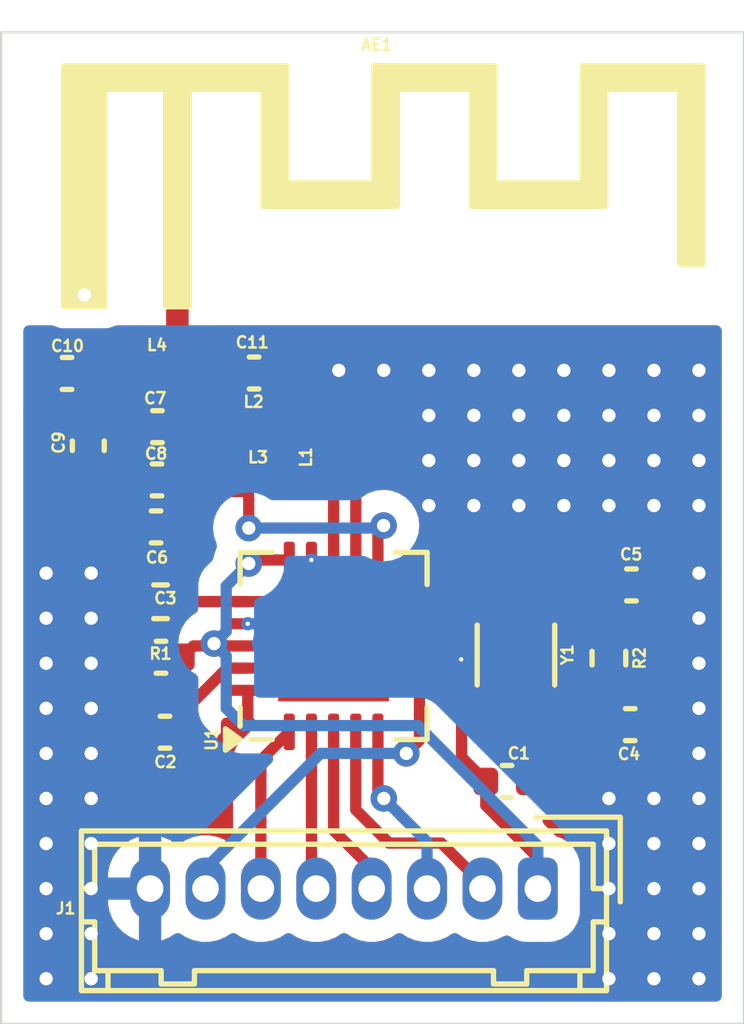
<source format=kicad_pcb>
(kicad_pcb (version 20240108) (generator "pcbnew") (generator_version "8.0")
  (layers (0 "F.Cu" signal) (31 "B.Cu" signal) (34 "B.Paste" user) (35 "F.Paste" user) (36 "B.SilkS" user "B.Silkscreen") (37 "F.SilkS" user "F.Silkscreen") (38 "B.Mask" user) (39 "F.Mask" user) (44 "Edge.Cuts" user))
  (net 0 "")
  (net 1 "Net-(AE1-A)")
  (net 2 "VDD")
  (net 3 "GND")
  (net 4 "Net-(U1-DVDD)")
  (net 5 "Net-(U1-XC2)")
  (net 6 "Net-(U1-XC1)")
  (net 7 "Net-(U1-VDD_PA)")
  (net 8 "Net-(C7-Pad1)")
  (net 9 "Net-(C10-Pad1)")
  (net 10 "Net-(J1-Pin_6)")
  (net 11 "Net-(J1-Pin_2)")
  (net 12 "Net-(J1-Pin_4)")
  (net 13 "Net-(J1-Pin_5)")
  (net 14 "Net-(J1-Pin_3)")
  (net 15 "Net-(J1-Pin_7)")
  (net 16 "Net-(U1-ANT1)")
  (net 17 "Net-(U1-ANT2)")
  (net 18 "Net-(U1-IREF)")
  (footprint "Inductor_SMD:L_0402_1005Metric" (layer "F.Cu") (at 77.97 45.212 -90)
    (property "Reference" "L1" (at -0.072 0.48 90) (layer "F.SilkS") (effects (font (size 0.254 0.254) (thickness 0.05715))))
    (property "Value" "8n2")
    (pad "1" smd roundrect (at -0.485 0 270) (size 0.59 0.64) (layers "F.Cu" "F.Paste" "F.Mask") (net 16 "Net-(U1-ANT1)"))
    (pad "2" smd roundrect (at 0.485 0 270) (size 0.59 0.64) (layers "F.Cu" "F.Paste" "F.Mask") (net 17 "Net-(U1-ANT2)"))
  )
  (footprint "Capacitor_SMD:C_0402_1005Metric" (layer "F.Cu") (at 74.14 44.45 180)
    (property "Reference" "C7" (at 0.05 0.64 360) (layer "F.SilkS") (effects (font (size 0.254 0.254) (thickness 0.05715))))
    (property "Value" "1p5")
    (fp_line (start -0.107836 0.36) (end 0.107836 0.36) (stroke (width 0.12)) (layer "F.SilkS"))
    (fp_line (start -0.107836 -0.36) (end 0.107836 -0.36) (stroke (width 0.12)) (layer "F.SilkS"))
    (pad "1" smd roundrect (at -0.48 0 180) (size 0.56 0.62) (layers "F.Cu" "F.Paste" "F.Mask") (net 8 "Net-(C7-Pad1)"))
    (pad "2" smd roundrect (at 0.48 0 180) (size 0.56 0.62) (layers "F.Cu" "F.Paste" "F.Mask") (net 9 "Net-(C10-Pad1)"))
  )
  (footprint "Resistor_SMD:R_0402_1005Metric" (layer "F.Cu") (at 74.21 48.398 180)
    (property "Reference" "R1" (at 0 -1.17 360) (layer "F.SilkS") (effects (font (size 0.254 0.254) (thickness 0.05715))))
    (property "Value" "22K")
    (fp_line (start -0.153641 0.38) (end 0.153641 0.38) (stroke (width 0.12)) (layer "F.SilkS"))
    (fp_line (start -0.153641 -0.38) (end 0.153641 -0.38) (stroke (width 0.12)) (layer "F.SilkS"))
    (pad "1" smd roundrect (at -0.51 0 180) (size 0.54 0.64) (layers "F.Cu" "F.Paste" "F.Mask") (net 18 "Net-(U1-IREF)"))
    (pad "2" smd roundrect (at 0.51 0 180) (size 0.54 0.64) (layers "F.Cu" "F.Paste" "F.Mask") (net 3 "GND"))
  )
  (footprint "Capacitor_SMD:C_0402_1005Metric" (layer "F.Cu") (at 74.11 46.71 180)
    (property "Reference" "C6" (at -0.02 -0.69 360) (layer "F.SilkS") (effects (font (size 0.254 0.254) (thickness 0.05715))))
    (property "Value" "C_Small")
    (fp_line (start -0.107836 0.36) (end 0.107836 0.36) (stroke (width 0.12)) (layer "F.SilkS"))
    (fp_line (start -0.107836 -0.36) (end 0.107836 -0.36) (stroke (width 0.12)) (layer "F.SilkS"))
    (pad "1" smd roundrect (at -0.48 0 180) (size 0.56 0.62) (layers "F.Cu" "F.Paste" "F.Mask") (net 7 "Net-(U1-VDD_PA)"))
    (pad "2" smd roundrect (at 0.48 0 180) (size 0.56 0.62) (layers "F.Cu" "F.Paste" "F.Mask") (net 3 "GND"))
  )
  (footprint "Inductor_SMD:L_0402_1005Metric" (layer "F.Cu") (at 76.405 45.72)
    (property "Reference" "L3" (at 0.005 -0.58 360) (layer "F.SilkS") (effects (font (size 0.254 0.254) (thickness 0.05715))))
    (property "Value" "2n7")
    (pad "1" smd roundrect (at -0.485 0) (size 0.59 0.64) (layers "F.Cu" "F.Paste" "F.Mask") (net 7 "Net-(U1-VDD_PA)"))
    (pad "2" smd roundrect (at 0.485 0) (size 0.59 0.64) (layers "F.Cu" "F.Paste" "F.Mask") (net 17 "Net-(U1-ANT2)"))
  )
  (footprint "Resistor_SMD:R_0402_1005Metric" (layer "F.Cu") (at 84.328 49.668 90)
    (property "Reference" "R2" (at -0.002 0.692 90) (layer "F.SilkS") (effects (font (size 0.254 0.254) (thickness 0.05715))))
    (property "Value" "10M")
    (fp_line (start -0.153641 -0.38) (end 0.153641 -0.38) (stroke (width 0.12)) (layer "F.SilkS"))
    (fp_line (start -0.153641 0.38) (end 0.153641 0.38) (stroke (width 0.12)) (layer "F.SilkS"))
    (pad "1" smd roundrect (at -0.51 0 90) (size 0.54 0.64) (layers "F.Cu" "F.Paste" "F.Mask") (net 5 "Net-(U1-XC2)"))
    (pad "2" smd roundrect (at 0.51 0 90) (size 0.54 0.64) (layers "F.Cu" "F.Paste" "F.Mask") (net 6 "Net-(U1-XC1)"))
  )
  (footprint "Crystal:Crystal_SMD_3215-2Pin_3.2x1.5mm" (layer "F.Cu") (at 82.23 49.598 -90)
    (property "Reference" "Y1" (at -0.008 -1.16 90) (layer "F.SilkS") (effects (font (size 0.254 0.254) (thickness 0.05715))))
    (property "Value" "16MHz")
    (fp_line (start -0.675 0.875) (end 0.675 0.875) (stroke (width 0.12)) (layer "F.SilkS"))
    (fp_line (start -0.675 -0.875) (end 0.675 -0.875) (stroke (width 0.12)) (layer "F.SilkS"))
    (pad "1" smd rect (at 1.25 0 270) (size 1 1.8) (layers "F.Cu" "F.Paste" "F.Mask") (net 5 "Net-(U1-XC2)"))
    (pad "2" smd rect (at -1.25 0 270) (size 1 1.8) (layers "F.Cu" "F.Paste" "F.Mask") (net 6 "Net-(U1-XC1)"))
  )
  (footprint "Inductor_SMD:L_0402_1005Metric" (layer "F.Cu") (at 74.17 43.25)
    (property "Reference" "L4" (at -0.04 -0.64 360) (layer "F.SilkS") (effects (font (size 0.254 0.254) (thickness 0.05715))))
    (property "Value" "Lx")
    (pad "1" smd roundrect (at -0.485 0) (size 0.59 0.64) (layers "F.Cu" "F.Paste" "F.Mask") (net 9 "Net-(C10-Pad1)"))
    (pad "2" smd roundrect (at 0.485 0) (size 0.59 0.64) (layers "F.Cu" "F.Paste" "F.Mask") (net 1 "Net-(AE1-A)"))
  )
  (footprint "Capacitor_SMD:C_0402_1005Metric" (layer "F.Cu") (at 72.1 43.25 180)
    (property "Reference" "C10" (at -0.01 0.62 180) (layer "F.SilkS") (effects (font (size 0.254 0.254) (thickness 0.05715))))
    (property "Value" "Cx")
    (fp_line (start -0.107836 0.36) (end 0.107836 0.36) (stroke (width 0.12)) (layer "F.SilkS"))
    (fp_line (start -0.107836 -0.36) (end 0.107836 -0.36) (stroke (width 0.12)) (layer "F.SilkS"))
    (pad "1" smd roundrect (at -0.48 0 180) (size 0.56 0.62) (layers "F.Cu" "F.Paste" "F.Mask") (net 9 "Net-(C10-Pad1)"))
    (pad "2" smd roundrect (at 0.48 0 180) (size 0.56 0.62) (layers "F.Cu" "F.Paste" "F.Mask") (net 3 "GND"))
  )
  (footprint "Package_DFN_QFN:QFN-20-1EP_4x4mm_P0.5mm_EP2.5x2.5mm" (layer "F.Cu") (at 78.115 49.393 90)
    (property "Reference" "U1" (at -2.107 -2.755 90) (layer "F.SilkS") (effects (font (size 0.254 0.254) (thickness 0.05715))))
    (property "Value" "NRF24L01")
    (fp_line (start 2.11 -2.11) (end 2.11 -1.385) (stroke (width 0.12)) (layer "F.SilkS"))
    (fp_line (start 1.385 -2.11) (end 2.11 -2.11) (stroke (width 0.12)) (layer "F.SilkS"))
    (fp_line (start -1.385 -2.11) (end -1.81 -2.11) (stroke (width 0.12)) (layer "F.SilkS"))
    (fp_line (start -2.11 -1.385) (end -2.11 -1.87) (stroke (width 0.12)) (layer "F.SilkS"))
    (fp_line (start 2.11 2.11) (end 2.11 1.385) (stroke (width 0.12)) (layer "F.SilkS"))
    (fp_line (start 1.385 2.11) (end 2.11 2.11) (stroke (width 0.12)) (layer "F.SilkS"))
    (fp_line (start -1.385 2.11) (end -2.11 2.11) (stroke (width 0.12)) (layer "F.SilkS"))
    (fp_line (start -2.11 2.11) (end -2.11 1.385) (stroke (width 0.12)) (layer "F.SilkS"))
    (fp_poly (pts (xy -2.11 -2.11) (xy -2.35 -2.44) (xy -1.87 -2.44) (xy -2.11 -2.11)) (stroke (width 0.12)) (fill solid) (layer "F.SilkS"))
    (pad "1" smd roundrect (at -1.9375 -1 90) (size 0.825 0.25) (layers "F.Cu" "F.Paste" "F.Mask") (net 10 "Net-(J1-Pin_6)"))
    (pad "2" smd roundrect (at -1.9375 -0.5 90) (size 0.825 0.25) (layers "F.Cu" "F.Paste" "F.Mask") (net 13 "Net-(J1-Pin_5)"))
    (pad "3" smd roundrect (at -1.9375 0 90) (size 0.825 0.25) (layers "F.Cu" "F.Paste" "F.Mask") (net 12 "Net-(J1-Pin_4)"))
    (pad "4" smd roundrect (at -1.9375 0.5 90) (size 0.825 0.25) (layers "F.Cu" "F.Paste" "F.Mask") (net 11 "Net-(J1-Pin_2)"))
    (pad "5" smd roundrect (at -1.9375 1 90) (size 0.825 0.25) (layers "F.Cu" "F.Paste" "F.Mask") (net 14 "Net-(J1-Pin_3)"))
    (pad "6" smd roundrect (at -1 1.9375 90) (size 0.25 0.825) (layers "F.Cu" "F.Paste" "F.Mask") (net 15 "Net-(J1-Pin_7)"))
    (pad "7" smd roundrect (at -0.5 1.9375 90) (size 0.25 0.825) (layers "F.Cu" "F.Paste" "F.Mask") (net 2 "VDD"))
    (pad "8" smd roundrect (at 0 1.9375 90) (size 0.25 0.825) (layers "F.Cu" "F.Paste" "F.Mask") (net 3 "GND"))
    (pad "9" smd roundrect (at 0.5 1.9375 90) (size 0.25 0.825) (layers "F.Cu" "F.Paste" "F.Mask") (net 5 "Net-(U1-XC2)"))
    (pad "10" smd roundrect (at 1 1.9375 90) (size 0.25 0.825) (layers "F.Cu" "F.Paste" "F.Mask") (net 6 "Net-(U1-XC1)"))
    (pad "11" smd roundrect (at 1.9375 1 90) (size 0.825 0.25) (layers "F.Cu" "F.Paste" "F.Mask") (net 7 "Net-(U1-VDD_PA)"))
    (pad "12" smd roundrect (at 1.9375 0.5 90) (size 0.825 0.25) (layers "F.Cu" "F.Paste" "F.Mask") (net 16 "Net-(U1-ANT1)"))
    (pad "13" smd roundrect (at 1.9375 0 90) (size 0.825 0.25) (layers "F.Cu" "F.Paste" "F.Mask") (net 17 "Net-(U1-ANT2)"))
    (pad "14" smd roundrect (at 1.9375 -0.5 90) (size 0.825 0.25) (layers "F.Cu" "F.Paste" "F.Mask") (net 3 "GND"))
    (pad "15" smd roundrect (at 1.9375 -1 90) (size 0.825 0.25) (layers "F.Cu" "F.Paste" "F.Mask") (net 2 "VDD"))
    (pad "16" smd roundrect (at 1 -1.9375 90) (size 0.25 0.825) (layers "F.Cu" "F.Paste" "F.Mask") (net 18 "Net-(U1-IREF)"))
    (pad "17" smd roundrect (at 0.5 -1.9375 90) (size 0.25 0.825) (layers "F.Cu" "F.Paste" "F.Mask") (net 3 "GND"))
    (pad "18" smd roundrect (at 0 -1.9375 90) (size 0.25 0.825) (layers "F.Cu" "F.Paste" "F.Mask") (net 2 "VDD"))
    (pad "19" smd roundrect (at -0.5 -1.9375 90) (size 0.25 0.825) (layers "F.Cu" "F.Paste" "F.Mask") (net 4 "Net-(U1-DVDD)"))
    (pad "20" smd roundrect (at -1 -1.9375 90) (size 0.25 0.825) (layers "F.Cu" "F.Paste" "F.Mask") (net 3 "GND"))
    (pad "21" smd rect (at 0 0 90) (size 2.5 2.5) (property pad_prop_heatsink) (layers "F.Cu" "F.Mask"))
  )
  (footprint "Capacitor_SMD:C_0402_1005Metric" (layer "F.Cu") (at 82.03 52.448)
    (property "Reference" "C1" (at 0.266 -0.632 360) (layer "F.SilkS") (effects (font (size 0.254 0.254) (thickness 0.05715))))
    (property "Value" "1n")
    (fp_line (start -0.107836 -0.36) (end 0.107836 -0.36) (stroke (width 0.12)) (layer "F.SilkS"))
    (fp_line (start -0.107836 0.36) (end 0.107836 0.36) (stroke (width 0.12)) (layer "F.SilkS"))
    (pad "1" smd roundrect (at -0.48 0) (size 0.56 0.62) (layers "F.Cu" "F.Paste" "F.Mask") (net 2 "VDD"))
    (pad "2" smd roundrect (at 0.48 0) (size 0.56 0.62) (layers "F.Cu" "F.Paste" "F.Mask") (net 3 "GND"))
  )
  (footprint "Inductor_SMD:L_0402_1005Metric" (layer "F.Cu") (at 76.395 44.45 180)
    (property "Reference" "L2" (at 0.085 0.56 360) (layer "F.SilkS") (effects (font (size 0.254 0.254) (thickness 0.05715))))
    (property "Value" "3n9")
    (pad "1" smd roundrect (at -0.485 0 180) (size 0.59 0.64) (layers "F.Cu" "F.Paste" "F.Mask") (net 16 "Net-(U1-ANT1)"))
    (pad "2" smd roundrect (at 0.485 0 180) (size 0.59 0.64) (layers "F.Cu" "F.Paste" "F.Mask") (net 8 "Net-(C7-Pad1)"))
  )
  (footprint "Capacitor_SMD:C_0402_1005Metric" (layer "F.Cu") (at 74.31 51.338 180)
    (property "Reference" "C2" (at -0.01 -0.672 360) (layer "F.SilkS") (effects (font (size 0.254 0.254) (thickness 0.05715))))
    (property "Value" "33n")
    (fp_line (start -0.107836 0.36) (end 0.107836 0.36) (stroke (width 0.12)) (layer "F.SilkS"))
    (fp_line (start -0.107836 -0.36) (end 0.107836 -0.36) (stroke (width 0.12)) (layer "F.SilkS"))
    (pad "1" smd roundrect (at -0.48 0 180) (size 0.56 0.62) (layers "F.Cu" "F.Paste" "F.Mask") (net 4 "Net-(U1-DVDD)"))
    (pad "2" smd roundrect (at 0.48 0 180) (size 0.56 0.62) (layers "F.Cu" "F.Paste" "F.Mask") (net 3 "GND"))
  )
  (footprint "Capacitor_SMD:C_0402_1005Metric" (layer "F.Cu") (at 74.13 45.65 180)
    (property "Reference" "C8" (at 0.02 0.59 360) (layer "F.SilkS") (effects (font (size 0.254 0.254) (thickness 0.05715))))
    (property "Value" "C_Small")
    (fp_line (start -0.107836 0.36) (end 0.107836 0.36) (stroke (width 0.12)) (layer "F.SilkS"))
    (fp_line (start -0.107836 -0.36) (end 0.107836 -0.36) (stroke (width 0.12)) (layer "F.SilkS"))
    (pad "1" smd roundrect (at -0.48 0 180) (size 0.56 0.62) (layers "F.Cu" "F.Paste" "F.Mask") (net 7 "Net-(U1-VDD_PA)"))
    (pad "2" smd roundrect (at 0.48 0 180) (size 0.56 0.62) (layers "F.Cu" "F.Paste" "F.Mask") (net 3 "GND"))
  )
  (footprint "Capacitor_SMD:C_0402_1005Metric" (layer "F.Cu") (at 84.836 48.018)
    (property "Reference" "C5" (at -0.006 -0.688 0) (layer "F.SilkS") (effects (font (size 0.254 0.254) (thickness 0.05715))))
    (property "Value" "22p")
    (fp_line (start -0.107836 -0.36) (end 0.107836 -0.36) (stroke (width 0.12)) (layer "F.SilkS"))
    (fp_line (start -0.107836 0.36) (end 0.107836 0.36) (stroke (width 0.12)) (layer "F.SilkS"))
    (pad "1" smd roundrect (at -0.48 0) (size 0.56 0.62) (layers "F.Cu" "F.Paste" "F.Mask") (net 6 "Net-(U1-XC1)"))
    (pad "2" smd roundrect (at 0.48 0) (size 0.56 0.62) (layers "F.Cu" "F.Paste" "F.Mask") (net 3 "GND"))
  )
  (footprint "Capacitor_SMD:C_0402_1005Metric" (layer "F.Cu") (at 76.32 43.24)
    (property "Reference" "C11" (at -0.04 -0.69 360) (layer "F.SilkS") (effects (font (size 0.254 0.254) (thickness 0.05715))))
    (property "Value" "Cx")
    (fp_line (start -0.107836 -0.36) (end 0.107836 -0.36) (stroke (width 0.12)) (layer "F.SilkS"))
    (fp_line (start -0.107836 0.36) (end 0.107836 0.36) (stroke (width 0.12)) (layer "F.SilkS"))
    (pad "1" smd roundrect (at -0.48 0) (size 0.56 0.62) (layers "F.Cu" "F.Paste" "F.Mask") (net 1 "Net-(AE1-A)"))
    (pad "2" smd roundrect (at 0.48 0) (size 0.56 0.62) (layers "F.Cu" "F.Paste" "F.Mask") (net 3 "GND"))
  )
  (footprint "Capacitor_SMD:C_0402_1005Metric" (layer "F.Cu") (at 84.808 51.168)
    (property "Reference" "C4" (at -0.028 0.662 0) (layer "F.SilkS") (effects (font (size 0.254 0.254) (thickness 0.05715))))
    (property "Value" "22p")
    (fp_line (start -0.107836 -0.36) (end 0.107836 -0.36) (stroke (width 0.12)) (layer "F.SilkS"))
    (fp_line (start -0.107836 0.36) (end 0.107836 0.36) (stroke (width 0.12)) (layer "F.SilkS"))
    (pad "1" smd roundrect (at -0.48 0) (size 0.56 0.62) (layers "F.Cu" "F.Paste" "F.Mask") (net 5 "Net-(U1-XC2)"))
    (pad "2" smd roundrect (at 0.48 0) (size 0.56 0.62) (layers "F.Cu" "F.Paste" "F.Mask") (net 3 "GND"))
  )
  (footprint "Capacitor_SMD:C_0402_1005Metric" (layer "F.Cu") (at 74.22 49.648 180)
    (property "Reference" "C3" (at -0.1 1.33 360) (layer "F.SilkS") (effects (font (size 0.254 0.254) (thickness 0.05715))))
    (property "Value" "10n")
    (fp_line (start -0.107836 0.36) (end 0.107836 0.36) (stroke (width 0.12)) (layer "F.SilkS"))
    (fp_line (start -0.107836 -0.36) (end 0.107836 -0.36) (stroke (width 0.12)) (layer "F.SilkS"))
    (pad "1" smd roundrect (at -0.48 0 180) (size 0.56 0.62) (layers "F.Cu" "F.Paste" "F.Mask") (net 2 "VDD"))
    (pad "2" smd roundrect (at 0.48 0 180) (size 0.56 0.62) (layers "F.Cu" "F.Paste" "F.Mask") (net 3 "GND"))
  )
  (footprint "RF_Antenna:Texas_SWRA117D_2.4GHz_Right" (layer "F.Cu") (at 74.59 41.48)
    (property "Reference" "AE1" (at 4.5 -5.64 0) (layer "F.SilkS") (effects (font (size 0.254 0.254) (thickness 0.05715))))
    (property "Value" "Antenna")
    (fp_poly (pts (xy 2.45 -2.51) (xy 4.45 -2.51) (xy 4.45 -5.15) (xy 7.15 -5.15) (xy 7.15 -2.51) (xy 9.15 -2.51) (xy 9.15 -5.15) (xy 11.85 -5.15) (xy 11.85 -0.71) (xy 11.35 -0.71) (xy 11.35 -4.65) (xy 9.65 -4.65) (xy 9.65 -2.01) (xy 6.65 -2.01) (xy 6.65 -4.65) (xy 4.95 -4.65) (xy 4.95 -2.01) (xy 1.95 -2.01) (xy 1.95 -4.65) (xy 0.25 -4.65) (xy 0.25 0.25) (xy -0.25 0.25) (xy -0.25 -4.65) (xy -1.65 -4.65) (xy -1.65 0.25) (xy -2.55 0.25) (xy -2.55 0.006785) (xy -2.247583 0.006785) (xy -2.237742 0.054395) (xy -2.213674 0.096797) (xy -2.175731 0.129581) (xy -2.167819 0.133935) (xy -2.125156 0.146043) (xy -2.076637 0.1453) (xy -2.031122 0.1324) (xy -2.012511 0.121787) (xy -1.978868 0.086553) (xy -1.958309 0.041368) (xy -1.951778 -0.008158) (xy -1.960218 -0.056417) (xy -1.977112 -0.088643) (xy -2.012372 -0.121313) (xy -2.057682 -0.141408) (xy -2.107267 -0.147982) (xy -2.155353 -0.140092) (xy -2.188245 -0.123186) (xy -2.223185 -0.086416) (xy -2.242847 -0.041622) (xy -2.247583 0.006785) (xy -2.55 0.006785) (xy -2.55 -5.15) (xy 2.45 -5.15) (xy 2.45 -2.51)) (stroke (width 0.1524)) (fill solid) (layer "F.SilkS"))
    (pad "1" connect rect (at 0 0) (size 0.5 0.5) (layers "F.Cu") (net 1 "Net-(AE1-A)"))
    (pad "2" thru_hole rect (at -2.1 0) (size 0.9 0.5) (drill 0.3) (layers "*.Cu"))
  )
  (footprint "Capacitor_SMD:C_0402_1005Metric" (layer "F.Cu") (at 72.58 44.88 -90)
    (property "Reference" "C9" (at -0.07 0.67 -90) (layer "F.SilkS") (effects (font (size 0.254 0.254) (thickness 0.05715))))
    (property "Value" "1p")
    (fp_line (start -0.107836 0.36) (end 0.107836 0.36) (stroke (width 0.12)) (layer "F.SilkS"))
    (fp_line (start -0.107836 -0.36) (end 0.107836 -0.36) (stroke (width 0.12)) (layer "F.SilkS"))
    (pad "1" smd roundrect (at -0.48 0 270) (size 0.56 0.62) (layers "F.Cu" "F.Paste" "F.Mask") (net 9 "Net-(C10-Pad1)"))
    (pad "2" smd roundrect (at 0.48 0 270) (size 0.56 0.62) (layers "F.Cu" "F.Paste" "F.Mask") (net 3 "GND"))
  )
  (footprint "Connector_Hirose:Hirose_DF13-08P-1.25DSA_1x08_P1.25mm_Vertical" (layer "F.Cu") (at 82.724 54.864 180)
    (property "Reference" "J1" (at 10.654 -0.446 360) (layer "F.SilkS") (effects (font (size 0.254 0.254) (thickness 0.05715))))
    (property "Value" "Conn_01x08_Pin")
    (fp_line (start 10.3 1.3) (end 10.3 -2.3) (stroke (width 0.12)) (layer "F.SilkS"))
    (fp_line (start 10.3 -0.75) (end 10 -0.75) (stroke (width 0.12)) (layer "F.SilkS"))
    (fp_line (start 10.3 -2.3) (end -1.55 -2.3) (stroke (width 0.12)) (layer "F.SilkS"))
    (fp_line (start 10 1) (end 10 0) (stroke (width 0.12)) (layer "F.SilkS"))
    (fp_line (start 10 0) (end 10.3 0) (stroke (width 0.12)) (layer "F.SilkS"))
    (fp_line (start 10 -0.75) (end 10 -1.85) (stroke (width 0.12)) (layer "F.SilkS"))
    (fp_line (start 10 -1.85) (end 9.7 -1.85) (stroke (width 0.12)) (layer "F.SilkS"))
    (fp_line (start 9.7 -1.85) (end 9.7 -2.3) (stroke (width 0.12)) (layer "F.SilkS"))
    (fp_line (start 8.5 -1.85) (end 9.7 -1.85) (stroke (width 0.12)) (layer "F.SilkS"))
    (fp_line (start 8.5 -2.15) (end 8.5 -1.85) (stroke (width 0.12)) (layer "F.SilkS"))
    (fp_line (start 7.75 -1.85) (end 7.75 -2.15) (stroke (width 0.12)) (layer "F.SilkS"))
    (fp_line (start 7.75 -2.15) (end 8.5 -2.15) (stroke (width 0.12)) (layer "F.SilkS"))
    (fp_line (start 1 -1.85) (end 7.75 -1.85) (stroke (width 0.12)) (layer "F.SilkS"))
    (fp_line (start 1 -2.15) (end 1 -1.85) (stroke (width 0.12)) (layer "F.SilkS"))
    (fp_line (start 0.25 -1.85) (end 0.25 -2.15) (stroke (width 0.12)) (layer "F.SilkS"))
    (fp_line (start 0.25 -2.15) (end 1 -2.15) (stroke (width 0.12)) (layer "F.SilkS"))
    (fp_line (start -0.95 -1.85) (end 0.25 -1.85) (stroke (width 0.12)) (layer "F.SilkS"))
    (fp_line (start -0.95 -1.85) (end -0.95 -2.3) (stroke (width 0.12)) (layer "F.SilkS"))
    (fp_line (start -1.25 1) (end 10 1) (stroke (width 0.12)) (layer "F.SilkS"))
    (fp_line (start -1.25 0) (end -1.25 1) (stroke (width 0.12)) (layer "F.SilkS"))
    (fp_line (start -1.25 -0.75) (end -1.25 -1.85) (stroke (width 0.12)) (layer "F.SilkS"))
    (fp_line (start -1.25 -1.85) (end -0.95 -1.85) (stroke (width 0.12)) (layer "F.SilkS"))
    (fp_line (start -1.55 1.3) (end 10.3 1.3) (stroke (width 0.12)) (layer "F.SilkS"))
    (fp_line (start -1.55 0) (end -1.25 0) (stroke (width 0.12)) (layer "F.SilkS"))
    (fp_line (start -1.55 -0.75) (end -1.25 -0.75) (stroke (width 0.12)) (layer "F.SilkS"))
    (fp_line (start -1.55 -2.3) (end -1.55 1.3) (stroke (width 0.12)) (layer "F.SilkS"))
    (fp_line (start -1.86 1.61) (end 0.05 1.61) (stroke (width 0.12)) (layer "F.SilkS"))
    (fp_line (start -1.86 -0.3) (end -1.86 1.61) (stroke (width 0.12)) (layer "F.SilkS"))
    (pad "1" thru_hole roundrect (at 0 0 180) (size 0.9 1.4) (drill 0.6) (layers "*.Cu" "*.Mask") (net 2 "VDD"))
    (pad "2" thru_hole oval (at 1.25 0 180) (size 0.9 1.4) (drill 0.6) (layers "*.Cu" "*.Mask") (net 11 "Net-(J1-Pin_2)"))
    (pad "3" thru_hole oval (at 2.5 0 180) (size 0.9 1.4) (drill 0.6) (layers "*.Cu" "*.Mask") (net 14 "Net-(J1-Pin_3)"))
    (pad "4" thru_hole oval (at 3.75 0 180) (size 0.9 1.4) (drill 0.6) (layers "*.Cu" "*.Mask") (net 12 "Net-(J1-Pin_4)"))
    (pad "5" thru_hole oval (at 5 0 180) (size 0.9 1.4) (drill 0.6) (layers "*.Cu" "*.Mask") (net 13 "Net-(J1-Pin_5)"))
    (pad "6" thru_hole oval (at 6.25 0 180) (size 0.9 1.4) (drill 0.6) (layers "*.Cu" "*.Mask") (net 10 "Net-(J1-Pin_6)"))
    (pad "7" thru_hole oval (at 7.5 0 180) (size 0.9 1.4) (drill 0.6) (layers "*.Cu" "*.Mask") (net 15 "Net-(J1-Pin_7)"))
    (pad "8" thru_hole oval (at 8.75 0 180) (size 0.9 1.4) (drill 0.6) (layers "*.Cu" "*.Mask") (net 3 "GND"))
  )
  (gr_rect (start 70.612 35.56) (end 87.376 57.912) (stroke (width 0.05)) (fill none) (layer "Edge.Cuts"))
  (segment (start 77.840568 49.118568) (end 78.115 49.393) (width 0.254) (layer "F.Cu") (net 0))
  (segment (start 74.665 43.24) (end 74.655 43.25) (width 0.2) (layer "F.Cu") (net 1))
  (segment (start 74.59 43.165) (end 74.665 43.24) (width 0.508) (layer "F.Cu") (net 1))
  (segment (start 75.84 43.24) (end 74.665 43.24) (width 0.508) (layer "F.Cu") (net 1))
  (segment (start 74.59 41.48) (end 74.59 43.165) (width 0.508) (layer "F.Cu") (net 1))
  (segment (start 80.517568 49.893) (end 80.0525 49.893) (width 0.254) (layer "F.Cu") (net 2))
  (segment (start 74.955 49.393) (end 74.7 49.648) (width 0.254) (layer "F.Cu") (net 2))
  (segment (start 82.724 54.164) (end 81.55 52.99) (width 0.254) (layer "F.Cu") (net 2))
  (segment (start 81.55 52.99) (end 81.55 52.448) (width 0.254) (layer "F.Cu") (net 2))
  (segment (start 81.003 51.901) (end 81.003 50.378432) (width 0.254) (layer "F.Cu") (net 2))
  (segment (start 76.1775 49.393) (end 74.955 49.393) (width 0.254) (layer "F.Cu") (net 2))
  (segment (start 77.115 47.4555) (end 76.280503 47.4555) (width 0.254) (layer "F.Cu") (net 2))
  (segment (start 76.280503 47.4555) (end 76.2 47.536003) (width 0.254) (layer "F.Cu") (net 2))
  (segment (start 81.55 52.448) (end 81.003 51.901) (width 0.254) (layer "F.Cu") (net 2))
  (segment (start 81.003 50.378432) (end 80.517568 49.893) (width 0.254) (layer "F.Cu") (net 2))
  (segment (start 82.724 54.864) (end 82.724 54.164) (width 0.254) (layer "F.Cu") (net 2))
  (via (at 76.2 47.536003) (size 0.6) (drill 0.3) (layers "F.Cu" "B.Cu") (net 2))
  (via (at 75.415851 49.340578) (size 0.6) (drill 0.3) (layers "F.Cu" "B.Cu") (net 2))
  (segment (start 75.692 49.616727) (end 75.692 50.8) (width 0.254) (layer "B.Cu") (net 2))
  (segment (start 76.2 47.536003) (end 75.692 48.044003) (width 0.254) (layer "B.Cu") (net 2))
  (segment (start 76.081 51.189) (end 80.015712 51.189) (width 0.254) (layer "B.Cu") (net 2))
  (segment (start 75.692 49.064429) (end 75.415851 49.340578) (width 0.254) (layer "B.Cu") (net 2))
  (segment (start 82.724 53.897288) (end 82.724 54.864) (width 0.254) (layer "B.Cu") (net 2))
  (segment (start 75.692 48.044003) (end 75.692 49.064429) (width 0.254) (layer "B.Cu") (net 2))
  (segment (start 75.692 50.8) (end 76.081 51.189) (width 0.254) (layer "B.Cu") (net 2))
  (segment (start 80.015712 51.189) (end 82.724 53.897288) (width 0.254) (layer "B.Cu") (net 2))
  (segment (start 75.415851 49.340578) (end 75.692 49.616727) (width 0.254) (layer "B.Cu") (net 2))
  (segment (start 71.62 43.194) (end 71.628 43.194) (width 0.508) (layer "F.Cu") (net 3))
  (segment (start 80.692149 49.393) (end 80.994995 49.695846) (width 0.254) (layer "F.Cu") (net 3))
  (segment (start 74.157001 51.975) (end 73.83 51.647999) (width 0.254) (layer "F.Cu") (net 3))
  (segment (start 80.0525 49.393) (end 80.692149 49.393) (width 0.254) (layer "F.Cu") (net 3))
  (segment (start 75.127318 51.975) (end 74.157001 51.975) (width 0.254) (layer "F.Cu") (net 3))
  (segment (start 76.1775 50.393) (end 76.1775 50.924818) (width 0.254) (layer "F.Cu") (net 3))
  (segment (start 71.62 43.25) (end 71.62 43.194) (width 0.508) (layer "F.Cu") (net 3))
  (segment (start 76.1775 50.924818) (end 75.127318 51.975) (width 0.254) (layer "F.Cu") (net 3))
  (segment (start 73.83 51.647999) (end 73.83 51.338) (width 0.254) (layer "F.Cu") (net 3))
  (via (at 85.344 46.228) (size 0.6) (drill 0.3) (layers "F.Cu" "B.Cu") (net 3))
  (via micro (at 80.994995 49.695846) (size 0.3) (drill 0.1) (layers "F.Cu" "B.Cu") (net 3))
  (via (at 86.36 50.8) (size 0.6) (drill 0.3) (layers "F.Cu" "B.Cu") (net 3))
  (via (at 82.296 44.196) (size 0.6) (drill 0.3) (layers "F.Cu" "B.Cu") (net 3))
  (via (at 84.328 54.864) (size 0.6) (drill 0.3) (layers "F.Cu" "B.Cu") (net 3))
  (via (at 72.644 52.832) (size 0.6) (drill 0.3) (layers "F.Cu" "B.Cu") (net 3))
  (via (at 81.28 45.212) (size 0.6) (drill 0.3) (layers "F.Cu" "B.Cu") (net 3))
  (via (at 84.328 46.228) (size 0.6) (drill 0.3) (layers "F.Cu" "B.Cu") (net 3))
  (via (at 84.328 43.18) (size 0.6) (drill 0.3) (layers "F.Cu" "B.Cu") (net 3))
  (via (at 86.36 51.816) (size 0.6) (drill 0.3) (layers "F.Cu" "B.Cu") (net 3))
  (via (at 71.628 54.864) (size 0.6) (drill 0.3) (layers "F.Cu" "B.Cu") (net 3))
  (via (at 86.36 43.18) (size 0.6) (drill 0.3) (layers "F.Cu" "B.Cu") (net 3))
  (via (at 84.328 44.196) (size 0.6) (drill 0.3) (layers "F.Cu" "B.Cu") (net 3))
  (via (at 72.644 53.848) (size 0.6) (drill 0.3) (layers "F.Cu" "B.Cu") (net 3))
  (via (at 86.36 47.752) (size 0.6) (drill 0.3) (layers "F.Cu" "B.Cu") (net 3))
  (via (at 85.344 45.212) (size 0.6) (drill 0.3) (layers "F.Cu" "B.Cu") (net 3))
  (via (at 80.264 46.228) (size 0.6) (drill 0.3) (layers "F.Cu" "B.Cu") (net 3))
  (via (at 72.644 55.88) (size 0.6) (drill 0.3) (layers "F.Cu" "B.Cu") (net 3))
  (via (at 80.264 43.18) (size 0.6) (drill 0.3) (layers "F.Cu" "B.Cu") (net 3))
  (via (at 84.328 56.896) (size 0.6) (drill 0.3) (layers "F.Cu" "B.Cu") (net 3))
  (via (at 72.644 56.896) (size 0.6) (drill 0.3) (layers "F.Cu" "B.Cu") (net 3))
  (via (at 86.36 44.196) (size 0.6) (drill 0.3) (layers "F.Cu" "B.Cu") (net 3))
  (via (at 86.36 49.784) (size 0.6) (drill 0.3) (layers "F.Cu" "B.Cu") (net 3))
  (via (at 84.328 55.88) (size 0.6) (drill 0.3) (layers "F.Cu" "B.Cu") (net 3))
  (via (at 72.644 47.752) (size 0.6) (drill 0.3) (layers "F.Cu" "B.Cu") (net 3))
  (via (at 83.312 46.228) (size 0.6) (drill 0.3) (layers "F.Cu" "B.Cu") (net 3))
  (via micro (at 77.615 47.4555) (size 0.3) (drill 0.1) (layers "F.Cu" "B.Cu") (net 3))
  (via (at 71.628 50.8) (size 0.6) (drill 0.3) (layers "F.Cu" "B.Cu") (net 3))
  (via (at 85.344 52.832) (size 0.6) (drill 0.3) (layers "F.Cu" "B.Cu") (net 3))
  (via (at 72.644 51.816) (size 0.6) (drill 0.3) (layers "F.Cu" "B.Cu") (net 3))
  (via (at 71.628 52.832) (size 0.6) (drill 0.3) (layers "F.Cu" "B.Cu") (net 3))
  (via (at 81.28 43.18) (size 0.6) (drill 0.3) (layers "F.Cu" "B.Cu") (net 3))
  (via (at 79.248 43.18) (size 0.6) (drill 0.3) (layers "F.Cu" "B.Cu") (net 3))
  (via (at 86.36 46.228) (size 0.6) (drill 0.3) (layers "F.Cu" "B.Cu") (net 3))
  (via (at 85.344 44.196) (size 0.6) (drill 0.3) (layers "F.Cu" "B.Cu") (net 3))
  (via (at 85.344 53.848) (size 0.6) (drill 0.3) (layers "F.Cu" "B.Cu") (net 3))
  (via (at 82.296 43.18) (size 0.6) (drill 0.3) (layers "F.Cu" "B.Cu") (net 3))
  (via (at 71.628 56.896) (size 0.6) (drill 0.3) (layers "F.Cu" "B.Cu") (net 3))
  (via (at 71.628 47.752) (size 0.6) (drill 0.3) (layers "F.Cu" "B.Cu") (net 3))
  (via (at 71.628 48.768) (size 0.6) (drill 0.3) (layers "F.Cu" "B.Cu") (net 3))
  (via (at 72.644 48.768) (size 0.6) (drill 0.3) (layers "F.Cu" "B.Cu") (net 3))
  (via (at 82.296 46.228) (size 0.6) (drill 0.3) (layers "F.Cu" "B.Cu") (net 3))
  (via (at 81.28 46.228) (size 0.6) (drill 0.3) (layers "F.Cu" "B.Cu") (net 3))
  (via (at 86.36 56.896) (size 0.6) (drill 0.3) (layers "F.Cu" "B.Cu") (net 3))
  (via micro (at 76.1775 48.893) (size 0.3) (drill 0.1) (layers "F.Cu" "B.Cu") (net 3))
  (via (at 84.328 53.848) (size 0.6) (drill 0.3) (layers "F.Cu" "B.Cu") (net 3))
  (via (at 86.36 55.88) (size 0.6) (drill 0.3) (layers "F.Cu" "B.Cu") (net 3))
  (via (at 85.344 54.864) (size 0.6) (drill 0.3) (layers "F.Cu" "B.Cu") (net 3))
  (via (at 83.312 45.212) (size 0.6) (drill 0.3) (layers "F.Cu" "B.Cu") (net 3))
  (via (at 78.232 43.18) (size 0.6) (drill 0.3) (layers "F.Cu" "B.Cu") (net 3))
  (via (at 71.628 51.816) (size 0.6) (drill 0.3) (layers "F.Cu" "B.Cu") (net 3))
  (via (at 85.344 55.88) (size 0.6) (drill 0.3) (layers "F.Cu" "B.Cu") (net 3))
  (via (at 72.644 54.864) (size 0.6) (drill 0.3) (layers "F.Cu" "B.Cu") (net 3))
  (via (at 86.36 45.212) (size 0.6) (drill 0.3) (layers "F.Cu" "B.Cu") (net 3))
  (via (at 72.644 49.784) (size 0.6) (drill 0.3) (layers "F.Cu" "B.Cu") (net 3))
  (via (at 71.628 49.784) (size 0.6) (drill 0.3) (layers "F.Cu" "B.Cu") (net 3))
  (via (at 85.344 43.18) (size 0.6) (drill 0.3) (layers "F.Cu" "B.Cu") (net 3))
  (via (at 86.36 54.864) (size 0.6) (drill 0.3) (layers "F.Cu" "B.Cu") (net 3))
  (via (at 86.36 53.848) (size 0.6) (drill 0.3) (layers "F.Cu" "B.Cu") (net 3))
  (via (at 83.312 43.18) (size 0.6) (drill 0.3) (layers "F.Cu" "B.Cu") (net 3))
  (via (at 71.628 55.88) (size 0.6) (drill 0.3) (layers "F.Cu" "B.Cu") (net 3))
  (via (at 80.264 45.212) (size 0.6) (drill 0.3) (layers "F.Cu" "B.Cu") (net 3))
  (via (at 81.28 44.196) (size 0.6) (drill 0.3) (layers "F.Cu" "B.Cu") (net 3))
  (via (at 85.344 56.896) (size 0.6) (drill 0.3) (layers "F.Cu" "B.Cu") (net 3))
  (via (at 84.328 52.832) (size 0.6) (drill 0.3) (layers "F.Cu" "B.Cu") (net 3))
  (via (at 84.328 45.212) (size 0.6) (drill 0.3) (layers "F.Cu" "B.Cu") (net 3))
  (via (at 82.296 45.212) (size 0.6) (drill 0.3) (layers "F.Cu" "B.Cu") (net 3))
  (via (at 80.264 44.196) (size 0.6) (drill 0.3) (layers "F.Cu" "B.Cu") (net 3))
  (via (at 72.644 50.8) (size 0.6) (drill 0.3) (layers "F.Cu" "B.Cu") (net 3))
  (via (at 83.312 44.196) (size 0.6) (drill 0.3) (layers "F.Cu" "B.Cu") (net 3))
  (via (at 71.628 53.848) (size 0.6) (drill 0.3) (layers "F.Cu" "B.Cu") (net 3))
  (via (at 86.36 48.768) (size 0.6) (drill 0.3) (layers "F.Cu" "B.Cu") (net 3))
  (via (at 86.36 52.832) (size 0.6) (drill 0.3) (layers "F.Cu" "B.Cu") (net 3))
  (segment (start 77.599 48.893) (end 76.1775 48.893) (width 0.254) (layer "B.Cu") (net 3))
  (segment (start 77.615 47.4555) (end 77.615 48.877) (width 0.254) (layer "B.Cu") (net 3))
  (segment (start 80.264 46.228) (end 80.383 46.347) (width 0.254) (layer "B.Cu") (net 3))
  (segment (start 80.994995 46.958995) (end 80.264 46.228) (width 0.254) (layer "B.Cu") (net 3))
  (segment (start 80.994995 49.695846) (end 80.994995 46.958995) (width 0.254) (layer "B.Cu") (net 3))
  (segment (start 77.615 48.877) (end 77.599 48.893) (width 0.254) (layer "B.Cu") (net 3))
  (segment (start 80.383 46.347) (end 80.383 48.011712) (width 0.254) (layer "B.Cu") (net 3))
  (segment (start 78.5385 48.379) (end 77.615 47.4555) (width 0.254) (layer "B.Cu") (net 3))
  (segment (start 80.383 48.011712) (end 80.015712 48.379) (width 0.254) (layer "B.Cu") (net 3))
  (segment (start 80.015712 48.379) (end 78.5385 48.379) (width 0.254) (layer "B.Cu") (net 3))
  (segment (start 75.712432 49.893) (end 74.79 50.815432) (width 0.254) (layer "F.Cu") (net 4))
  (segment (start 76.1775 49.893) (end 75.712432 49.893) (width 0.254) (layer "F.Cu") (net 4))
  (segment (start 74.79 50.815432) (end 74.79 51.338) (width 0.254) (layer "F.Cu") (net 4))
  (segment (start 84.008 50.848) (end 84.328 51.168) (width 0.254) (layer "F.Cu") (net 5))
  (segment (start 84.328 51.168) (end 84.328 50.178) (width 0.254) (layer "F.Cu") (net 5))
  (segment (start 82.23 50.848) (end 84.008 50.848) (width 0.254) (layer "F.Cu") (net 5))
  (segment (start 80.897 48.893) (end 82.23 50.226) (width 0.254) (layer "F.Cu") (net 5))
  (segment (start 82.23 50.226) (end 82.23 50.848) (width 0.254) (layer "F.Cu") (net 5))
  (segment (start 80.0525 48.893) (end 80.897 48.893) (width 0.254) (layer "F.Cu") (net 5))
  (segment (start 84.328 49.158) (end 84.328 48.046) (width 0.254) (layer "F.Cu") (net 6))
  (segment (start 80.0525 48.393) (end 82.185 48.393) (width 0.254) (layer "F.Cu") (net 6))
  (segment (start 83.83 48.348) (end 84.16 48.018) (width 0.254) (layer "F.Cu") (net 6))
  (segment (start 82.23 48.348) (end 83.83 48.348) (width 0.254) (layer "F.Cu") (net 6))
  (segment (start 82.185 48.393) (end 82.23 48.348) (width 0.254) (layer "F.Cu") (net 6))
  (segment (start 84.16 48.018) (end 84.16 48.003682) (width 0.254) (layer "F.Cu") (net 6))
  (segment (start 84.25 48.108) (end 84.16 48.018) (width 0.254) (layer "F.Cu") (net 6))
  (segment (start 84.328 48.046) (end 84.356 48.018) (width 0.254) (layer "F.Cu") (net 6))
  (segment (start 76.2 46.736) (end 76.2 46) (width 0.254) (layer "F.Cu") (net 7))
  (segment (start 74.61 45.65) (end 75.85 45.65) (width 0.508) (layer "F.Cu") (net 7))
  (segment (start 76.2 46) (end 75.92 45.72) (width 0.254) (layer "F.Cu") (net 7))
  (segment (start 79.244 46.679094) (end 79.115 46.808094) (width 0.254) (layer "F.Cu") (net 7))
  (segment (start 74.59 46.71) (end 74.59 45.67) (width 0.508) (layer "F.Cu") (net 7))
  (segment (start 75.85 45.65) (end 75.92 45.72) (width 0.508) (layer "F.Cu") (net 7))
  (segment (start 74.59 45.67) (end 74.61 45.65) (width 0.508) (layer "F.Cu") (net 7))
  (segment (start 79.115 46.808094) (end 79.115 47.4555) (width 0.254) (layer "F.Cu") (net 7))
  (via (at 79.244 46.679094) (size 0.6) (drill 0.3) (layers "F.Cu" "B.Cu") (net 7))
  (via (at 76.2 46.736) (size 0.6) (drill 0.3) (layers "F.Cu" "B.Cu") (net 7))
  (segment (start 79.244 46.679094) (end 79.187094 46.736) (width 0.254) (layer "B.Cu") (net 7))
  (segment (start 79.187094 46.736) (end 76.2 46.736) (width 0.254) (layer "B.Cu") (net 7))
  (segment (start 75.91 44.45) (end 74.62 44.45) (width 0.508) (layer "F.Cu") (net 8))
  (segment (start 72.63 44.45) (end 72.58 44.4) (width 0.508) (layer "F.Cu") (net 9))
  (segment (start 73.66 44.45) (end 72.63 44.45) (width 0.508) (layer "F.Cu") (net 9))
  (segment (start 73.685 43.25) (end 72.58 43.25) (width 0.508) (layer "F.Cu") (net 9))
  (segment (start 72.58 44.4) (end 72.58 43.25) (width 0.508) (layer "F.Cu") (net 9))
  (segment (start 77.115 51.3305) (end 76.474 51.9715) (width 0.254) (layer "F.Cu") (net 10))
  (segment (start 76.474 51.9715) (end 76.474 54.864) (width 0.254) (layer "F.Cu") (net 10))
  (segment (start 81.474 54.765156) (end 81.474 54.864) (width 0.254) (layer "F.Cu") (net 11))
  (segment (start 78.615 53.085712) (end 79.366288 53.837) (width 0.254) (layer "F.Cu") (net 11))
  (segment (start 80.545844 53.837) (end 81.474 54.765156) (width 0.254) (layer "F.Cu") (net 11))
  (segment (start 79.366288 53.837) (end 80.545844 53.837) (width 0.254) (layer "F.Cu") (net 11))
  (segment (start 78.615 51.3305) (end 78.615 53.085712) (width 0.254) (layer "F.Cu") (net 11))
  (segment (start 78.115 51.3305) (end 78.115 53.551) (width 0.254) (layer "F.Cu") (net 12))
  (segment (start 78.115 53.551) (end 78.974 54.41) (width 0.254) (layer "F.Cu") (net 12))
  (segment (start 78.974 54.41) (end 78.974 54.864) (width 0.254) (layer "F.Cu") (net 12))
  (segment (start 77.615 54.755) (end 77.724 54.864) (width 0.254) (layer "F.Cu") (net 13))
  (segment (start 77.615 51.3305) (end 77.615 54.755) (width 0.254) (layer "F.Cu") (net 13))
  (segment (start 79.115 52.699) (end 79.248 52.832) (width 0.254) (layer "F.Cu") (net 14))
  (segment (start 79.115 51.3305) (end 79.115 52.699) (width 0.254) (layer "F.Cu") (net 14))
  (via (at 79.248 52.832) (size 0.6) (drill 0.3) (layers "F.Cu" "B.Cu") (net 14))
  (segment (start 79.248 52.832) (end 80.224 53.808) (width 0.254) (layer "B.Cu") (net 14))
  (segment (start 80.224 53.808) (end 80.224 54.864) (width 0.254) (layer "B.Cu") (net 14))
  (segment (start 80.0525 51.5195) (end 79.756 51.816) (width 0.254) (layer "F.Cu") (net 15))
  (segment (start 80.0525 50.393) (end 80.0525 51.5195) (width 0.254) (layer "F.Cu") (net 15))
  (via (at 79.756 51.816) (size 0.6) (drill 0.3) (layers "F.Cu" "B.Cu") (net 15))
  (segment (start 79.756 51.816) (end 77.818 51.816) (width 0.254) (layer "B.Cu") (net 15))
  (segment (start 77.818 51.816) (end 75.224 54.41) (width 0.254) (layer "B.Cu") (net 15))
  (segment (start 75.224 54.41) (end 75.224 54.864) (width 0.254) (layer "B.Cu") (net 15))
  (segment (start 78.009 44.727) (end 77.97 44.727) (width 0.254) (layer "F.Cu") (net 16))
  (segment (start 78.617 45.335) (end 78.009 44.727) (width 0.254) (layer "F.Cu") (net 16))
  (segment (start 77.693 44.45) (end 77.97 44.727) (width 0.508) (layer "F.Cu") (net 16))
  (segment (start 76.88 44.45) (end 77.693 44.45) (width 0.508) (layer "F.Cu") (net 16))
  (segment (start 78.617 47.4535) (end 78.617 45.335) (width 0.254) (layer "F.Cu") (net 16))
  (segment (start 78.615 47.4555) (end 78.617 47.4535) (width 0.254) (layer "F.Cu") (net 16))
  (segment (start 78.115 47.4555) (end 78.115 45.842) (width 0.254) (layer "F.Cu") (net 17))
  (segment (start 77.97 45.697) (end 76.913 45.697) (width 0.508) (layer "F.Cu") (net 17))
  (segment (start 78.115 45.842) (end 77.97 45.697) (width 0.254) (layer "F.Cu") (net 17))
  (segment (start 76.913 45.697) (end 76.89 45.72) (width 0.508) (layer "F.Cu") (net 17))
  (segment (start 76.1775 48.393) (end 74.725 48.393) (width 0.254) (layer "F.Cu") (net 18))
  (segment (start 74.725 48.393) (end 74.72 48.398) (width 0.254) (layer "F.Cu") (net 18))
  (zone (net 3) (net_name "GND") (layer "F.Cu") (priority 1) (connect_pads (clearance 0.5)) (min_thickness 0.25) (fill yes (thermal_gap 0.5) (thermal_bridge_width 0.5))
    (polygon (pts (xy 87.376 42.164) (xy 87.376 57.912) (xy 70.612 57.912) (xy 70.612 42.164)))
  )
  (zone (net 3) (net_name "GND") (layer "B.Cu") (connect_pads (clearance 0.5)) (min_thickness 0.25) (fill yes (thermal_gap 0.5) (thermal_bridge_width 0.5))
    (polygon (pts (xy 70.612 42.164) (xy 87.376 42.164) (xy 87.376 57.912) (xy 70.612 57.912)))
  )
)
</source>
